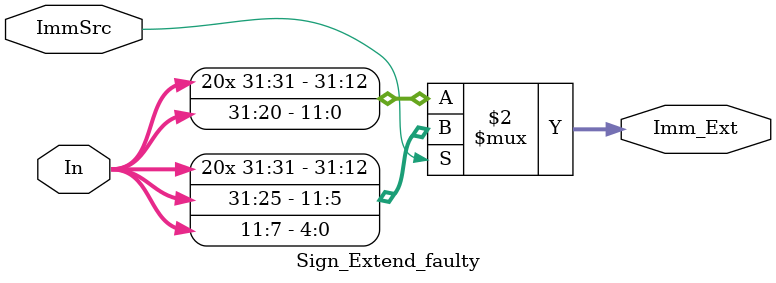
<source format=sv>

`timescale 1ns/1ps

module Data_Memory_faulty(clk, rst, WE, WD, A, RD);
    input clk, rst, WE;
    input [31:0] A, WD;
    output [31:0] RD;

    reg [31:0] mem [1023:0];

    always @(posedge clk) begin
        if (WE)
            mem[A] <= WD;
    end

    assign RD = (~rst) ? 32'd0 : mem[A];

    initial begin
        mem[28] = 32'h00000020;
    end
endmodule

// ---------------------- Instruction Memory (Faulty) ----------------------
module Instruction_Memory_faulty(rst, A, RD);
    input rst;
    input [31:0] A;
    output [31:0] RD;

    reg [31:0] mem [1023:0];
    reg [31:0] RD_out;

    always @(A) begin
        RD_out = mem[A[31:2]];
        RD_out[0] = 1'b0;  // Simulate bit-level stuck-at-0 fault
    end

    assign RD = (~rst) ? 32'd0 : RD_out;

    initial begin
        mem[0] = 32'h0062E233;
        mem[1] = 32'h00B67433;
        mem[2] = 32'h00B60933;
        mem[3] = 32'h41390433;
        mem[4] = 32'h015A4433;
        mem[5] = 32'h017B2433;
    end
endmodule

// ------------------------- Program Counter (Faulty) -------------------------
module PC_Module_faulty(clk, rst, PC, PC_Next);
    input clk, rst;
    input [31:0] PC_Next;
    output [31:0] PC;
    reg [31:0] PC;

    always @(posedge clk) begin
        if (~rst)
            PC <= {32{1'b0}};
        else
            PC <= PC_Next;
    end
endmodule

// ------------------------- Register File (Faulty) -------------------------
module Register_File_faulty(clk,rst,WE3,WD3,A1,A2,A3,RD1,RD2);
    input clk,rst,WE3;
    input [4:0]A1,A2,A3;
    input [31:0]WD3;
    output [31:0]RD1,RD2;

    reg [31:0] reg_file [31:0];

    always @ (posedge clk) begin
        if(WE3)
            reg_file[A3] <= WD3;
    end

    assign RD1 = (~rst) ? 32'd0 : reg_file[A1];
    assign RD2 = (~rst) ? 32'd0 : reg_file[A2];

    initial begin
        reg_file[5] = 32'h5;
        reg_file[6] = 32'h4;
        reg_file[11] = 32'h3;
        reg_file[12] = 32'h2;
        reg_file[18] = 32'h5;
        reg_file[19] = 32'h5;
        reg_file[20] = 32'h8;
        reg_file[21] = 32'h9;
        reg_file[22] = 32'h1;
        reg_file[23] = 32'h2;
    end
endmodule

// ------------------------- Sign Extend (Faulty) -------------------------
module Sign_Extend_faulty(In,Imm_Ext,ImmSrc);
    input [31:0]In;
    input ImmSrc;
    output [31:0]Imm_Ext;

    assign Imm_Ext = (ImmSrc == 1'b1) ? {{20{In[31]}},In[31:25],In[11:7]} :
                                        {{20{In[31]}},In[31:20]};
endmodule

</source>
